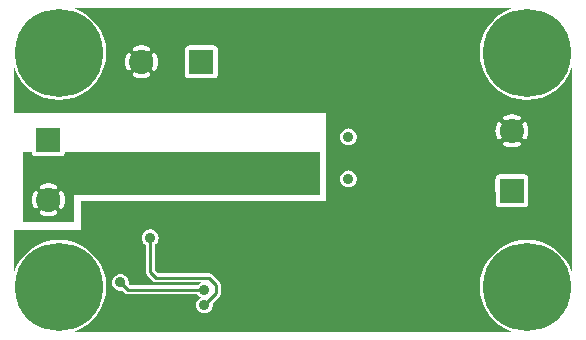
<source format=gbr>
G04 start of page 3 for group 1 idx 1 *
G04 Title: (unknown), bottom *
G04 Creator: pcb 20140316 *
G04 CreationDate: Sun 15 Dec 2019 10:03:36 PM GMT UTC *
G04 For: railfan *
G04 Format: Gerber/RS-274X *
G04 PCB-Dimensions (mil): 1900.00 1120.00 *
G04 PCB-Coordinate-Origin: lower left *
%MOIN*%
%FSLAX25Y25*%
%LNBOTTOM*%
%ADD36C,0.0480*%
%ADD35C,0.1285*%
%ADD34C,0.0200*%
%ADD33C,0.0360*%
%ADD32C,0.0800*%
%ADD31C,0.2937*%
%ADD30C,0.0100*%
%ADD29C,0.0001*%
G54D29*G36*
X17993Y57000D02*X22000D01*
Y38500D01*
X17993D01*
Y43145D01*
X18078Y43181D01*
X18179Y43243D01*
X18269Y43319D01*
X18345Y43409D01*
X18405Y43511D01*
X18622Y43980D01*
X18789Y44469D01*
X18909Y44972D01*
X18982Y45484D01*
X19006Y46000D01*
X18982Y46516D01*
X18909Y47028D01*
X18789Y47531D01*
X18622Y48020D01*
X18410Y48492D01*
X18349Y48593D01*
X18272Y48684D01*
X18182Y48761D01*
X18080Y48823D01*
X17993Y48860D01*
Y57000D01*
G37*
G36*
X13502D02*X17993D01*
Y48860D01*
X17971Y48869D01*
X17855Y48897D01*
X17737Y48906D01*
X17619Y48897D01*
X17503Y48870D01*
X17393Y48824D01*
X17292Y48762D01*
X17202Y48686D01*
X17124Y48595D01*
X17062Y48494D01*
X17016Y48385D01*
X16989Y48269D01*
X16979Y48151D01*
X16988Y48032D01*
X17016Y47917D01*
X17063Y47808D01*
X17221Y47468D01*
X17342Y47112D01*
X17430Y46747D01*
X17482Y46375D01*
X17500Y46000D01*
X17482Y45625D01*
X17430Y45253D01*
X17342Y44888D01*
X17221Y44532D01*
X17067Y44190D01*
X17020Y44082D01*
X16993Y43967D01*
X16983Y43849D01*
X16993Y43732D01*
X17021Y43617D01*
X17066Y43508D01*
X17128Y43407D01*
X17205Y43318D01*
X17295Y43241D01*
X17395Y43180D01*
X17504Y43135D01*
X17619Y43107D01*
X17737Y43098D01*
X17855Y43108D01*
X17969Y43135D01*
X17993Y43145D01*
Y38500D01*
X13502D01*
Y40494D01*
X14016Y40518D01*
X14528Y40591D01*
X15031Y40711D01*
X15520Y40878D01*
X15992Y41090D01*
X16093Y41151D01*
X16184Y41228D01*
X16261Y41318D01*
X16323Y41420D01*
X16369Y41529D01*
X16397Y41645D01*
X16406Y41763D01*
X16397Y41881D01*
X16370Y41997D01*
X16324Y42107D01*
X16262Y42208D01*
X16186Y42298D01*
X16095Y42376D01*
X15994Y42438D01*
X15885Y42484D01*
X15769Y42511D01*
X15651Y42521D01*
X15532Y42512D01*
X15417Y42484D01*
X15308Y42437D01*
X14968Y42279D01*
X14612Y42158D01*
X14247Y42070D01*
X13875Y42018D01*
X13502Y42000D01*
Y50000D01*
X13875Y49982D01*
X14247Y49930D01*
X14612Y49842D01*
X14968Y49721D01*
X15310Y49567D01*
X15418Y49520D01*
X15533Y49493D01*
X15651Y49483D01*
X15768Y49493D01*
X15883Y49521D01*
X15992Y49566D01*
X16093Y49628D01*
X16182Y49705D01*
X16259Y49795D01*
X16320Y49895D01*
X16365Y50004D01*
X16393Y50119D01*
X16402Y50237D01*
X16392Y50355D01*
X16365Y50469D01*
X16319Y50578D01*
X16257Y50679D01*
X16181Y50769D01*
X16091Y50845D01*
X15989Y50905D01*
X15520Y51122D01*
X15031Y51289D01*
X14528Y51409D01*
X14016Y51482D01*
X13502Y51506D01*
Y57000D01*
G37*
G36*
X9007D02*X13502D01*
Y51506D01*
X13500Y51506D01*
X12984Y51482D01*
X12472Y51409D01*
X11969Y51289D01*
X11480Y51122D01*
X11008Y50910D01*
X10907Y50849D01*
X10816Y50772D01*
X10739Y50682D01*
X10677Y50580D01*
X10631Y50471D01*
X10603Y50355D01*
X10594Y50237D01*
X10603Y50119D01*
X10630Y50003D01*
X10676Y49893D01*
X10738Y49792D01*
X10814Y49702D01*
X10905Y49624D01*
X11006Y49562D01*
X11115Y49516D01*
X11231Y49489D01*
X11349Y49479D01*
X11468Y49488D01*
X11583Y49516D01*
X11692Y49563D01*
X12032Y49721D01*
X12388Y49842D01*
X12753Y49930D01*
X13125Y49982D01*
X13500Y50000D01*
X13502Y50000D01*
Y42000D01*
X13500Y42000D01*
X13125Y42018D01*
X12753Y42070D01*
X12388Y42158D01*
X12032Y42279D01*
X11690Y42433D01*
X11582Y42480D01*
X11467Y42507D01*
X11349Y42517D01*
X11232Y42507D01*
X11117Y42479D01*
X11008Y42434D01*
X10907Y42372D01*
X10818Y42295D01*
X10741Y42205D01*
X10680Y42105D01*
X10635Y41996D01*
X10607Y41881D01*
X10598Y41763D01*
X10608Y41645D01*
X10635Y41531D01*
X10681Y41422D01*
X10743Y41321D01*
X10819Y41231D01*
X10909Y41155D01*
X11011Y41095D01*
X11480Y40878D01*
X11969Y40711D01*
X12472Y40591D01*
X12984Y40518D01*
X13500Y40494D01*
X13502Y40494D01*
Y38500D01*
X9007D01*
Y43140D01*
X9029Y43131D01*
X9145Y43103D01*
X9263Y43094D01*
X9381Y43103D01*
X9497Y43130D01*
X9607Y43176D01*
X9708Y43238D01*
X9798Y43314D01*
X9876Y43405D01*
X9938Y43506D01*
X9984Y43615D01*
X10011Y43731D01*
X10021Y43849D01*
X10012Y43968D01*
X9984Y44083D01*
X9937Y44192D01*
X9779Y44532D01*
X9658Y44888D01*
X9570Y45253D01*
X9518Y45625D01*
X9500Y46000D01*
X9518Y46375D01*
X9570Y46747D01*
X9658Y47112D01*
X9779Y47468D01*
X9933Y47810D01*
X9980Y47918D01*
X10007Y48033D01*
X10017Y48151D01*
X10007Y48268D01*
X9979Y48383D01*
X9934Y48492D01*
X9872Y48593D01*
X9795Y48682D01*
X9705Y48759D01*
X9605Y48820D01*
X9496Y48865D01*
X9381Y48893D01*
X9263Y48902D01*
X9145Y48892D01*
X9031Y48865D01*
X9007Y48855D01*
Y57000D01*
G37*
G36*
X5000Y38500D02*Y57000D01*
X9007D01*
Y48855D01*
X8922Y48819D01*
X8821Y48757D01*
X8731Y48681D01*
X8655Y48591D01*
X8595Y48489D01*
X8378Y48020D01*
X8211Y47531D01*
X8091Y47028D01*
X8018Y46516D01*
X7994Y46000D01*
X8018Y45484D01*
X8091Y44972D01*
X8211Y44469D01*
X8378Y43980D01*
X8590Y43508D01*
X8651Y43407D01*
X8728Y43316D01*
X8818Y43239D01*
X8920Y43177D01*
X9007Y43140D01*
Y38500D01*
X5000D01*
G37*
G36*
X104000Y62000D02*Y47500D01*
X18796D01*
X18789Y47531D01*
X18622Y48020D01*
X18410Y48492D01*
X18349Y48593D01*
X18272Y48684D01*
X18182Y48761D01*
X18080Y48823D01*
X17971Y48869D01*
X17855Y48897D01*
X17737Y48906D01*
X17619Y48897D01*
X17503Y48870D01*
X17393Y48824D01*
X17292Y48762D01*
X17202Y48686D01*
X17124Y48595D01*
X17062Y48494D01*
X17016Y48385D01*
X16989Y48269D01*
X16979Y48151D01*
X16988Y48032D01*
X17016Y47917D01*
X17063Y47808D01*
X17206Y47500D01*
X13498D01*
Y50000D01*
X13500Y50000D01*
X13875Y49982D01*
X14247Y49930D01*
X14612Y49842D01*
X14968Y49721D01*
X15310Y49567D01*
X15418Y49520D01*
X15533Y49493D01*
X15651Y49483D01*
X15768Y49493D01*
X15883Y49521D01*
X15992Y49566D01*
X16093Y49628D01*
X16182Y49705D01*
X16259Y49795D01*
X16320Y49895D01*
X16365Y50004D01*
X16393Y50119D01*
X16402Y50237D01*
X16392Y50355D01*
X16365Y50469D01*
X16319Y50578D01*
X16257Y50679D01*
X16181Y50769D01*
X16091Y50845D01*
X15989Y50905D01*
X15520Y51122D01*
X15031Y51289D01*
X14528Y51409D01*
X14016Y51482D01*
X13500Y51506D01*
X13498Y51506D01*
Y60507D01*
X17735Y60514D01*
X17965Y60569D01*
X18183Y60659D01*
X18384Y60783D01*
X18564Y60936D01*
X18717Y61116D01*
X18841Y61317D01*
X18931Y61535D01*
X18986Y61765D01*
X19000Y62000D01*
X104000D01*
G37*
G36*
X13498Y47500D02*X9794D01*
X9933Y47810D01*
X9980Y47918D01*
X10007Y48033D01*
X10017Y48151D01*
X10007Y48268D01*
X9979Y48383D01*
X9934Y48492D01*
X9872Y48593D01*
X9795Y48682D01*
X9705Y48759D01*
X9605Y48820D01*
X9496Y48865D01*
X9381Y48893D01*
X9263Y48902D01*
X9145Y48892D01*
X9031Y48865D01*
X8922Y48819D01*
X8821Y48757D01*
X8731Y48681D01*
X8655Y48591D01*
X8595Y48489D01*
X8378Y48020D01*
X8211Y47531D01*
X8204Y47500D01*
X5000D01*
Y62000D01*
X8014D01*
X8014Y61765D01*
X8069Y61535D01*
X8159Y61317D01*
X8283Y61116D01*
X8436Y60936D01*
X8616Y60783D01*
X8817Y60659D01*
X9035Y60569D01*
X9265Y60514D01*
X9500Y60500D01*
X13498Y60507D01*
Y51506D01*
X12984Y51482D01*
X12472Y51409D01*
X11969Y51289D01*
X11480Y51122D01*
X11008Y50910D01*
X10907Y50849D01*
X10816Y50772D01*
X10739Y50682D01*
X10677Y50580D01*
X10631Y50471D01*
X10603Y50355D01*
X10594Y50237D01*
X10603Y50119D01*
X10630Y50003D01*
X10676Y49893D01*
X10738Y49792D01*
X10814Y49702D01*
X10905Y49624D01*
X11006Y49562D01*
X11115Y49516D01*
X11231Y49489D01*
X11349Y49479D01*
X11468Y49488D01*
X11583Y49516D01*
X11692Y49563D01*
X12032Y49721D01*
X12388Y49842D01*
X12753Y49930D01*
X13125Y49982D01*
X13498Y50000D01*
Y47500D01*
G37*
G36*
X24500Y33500D02*Y45500D01*
X162513D01*
X162514Y44765D01*
X162569Y44535D01*
X162659Y44317D01*
X162783Y44116D01*
X162936Y43936D01*
X163116Y43783D01*
X163317Y43659D01*
X163535Y43569D01*
X163765Y43514D01*
X164000Y43500D01*
X172235Y43514D01*
X172465Y43569D01*
X172683Y43659D01*
X172884Y43783D01*
X173064Y43936D01*
X173217Y44116D01*
X173341Y44317D01*
X173431Y44535D01*
X173486Y44765D01*
X173500Y45000D01*
X173499Y45500D01*
X188000D01*
Y33500D01*
X50194D01*
X50174Y33839D01*
X50071Y34268D01*
X49903Y34675D01*
X49672Y35051D01*
X49386Y35386D01*
X49051Y35672D01*
X48675Y35903D01*
X48268Y36071D01*
X47839Y36174D01*
X47400Y36209D01*
X46961Y36174D01*
X46532Y36071D01*
X46125Y35903D01*
X45749Y35672D01*
X45414Y35386D01*
X45128Y35051D01*
X44897Y34675D01*
X44729Y34268D01*
X44626Y33839D01*
X44599Y33500D01*
X24500D01*
G37*
G36*
X168000Y110000D02*X168295D01*
X168138Y109962D01*
X168000Y109905D01*
Y110000D01*
G37*
G36*
X188000Y38500D02*X172493D01*
Y43580D01*
X172683Y43659D01*
X172884Y43783D01*
X173064Y43936D01*
X173217Y44116D01*
X173341Y44317D01*
X173431Y44535D01*
X173486Y44765D01*
X173500Y45000D01*
X173486Y53235D01*
X173431Y53465D01*
X173341Y53683D01*
X173217Y53884D01*
X173064Y54064D01*
X172884Y54217D01*
X172683Y54341D01*
X172493Y54420D01*
Y66145D01*
X172578Y66181D01*
X172679Y66243D01*
X172769Y66319D01*
X172845Y66409D01*
X172905Y66511D01*
X173122Y66980D01*
X173289Y67469D01*
X173409Y67972D01*
X173482Y68484D01*
X173506Y69000D01*
X173482Y69516D01*
X173409Y70028D01*
X173289Y70531D01*
X173122Y71020D01*
X172910Y71492D01*
X172849Y71593D01*
X172772Y71684D01*
X172682Y71761D01*
X172580Y71823D01*
X172493Y71860D01*
Y79308D01*
X173000Y79268D01*
X175461Y79461D01*
X177862Y80038D01*
X180142Y80982D01*
X182247Y82272D01*
X184124Y83876D01*
X185728Y85753D01*
X187018Y87858D01*
X187962Y90138D01*
X188000Y90295D01*
Y38500D01*
G37*
G36*
X172493Y54420D02*X172465Y54431D01*
X172235Y54486D01*
X172000Y54500D01*
X168000Y54493D01*
Y63494D01*
X168516Y63518D01*
X169028Y63591D01*
X169531Y63711D01*
X170020Y63878D01*
X170492Y64090D01*
X170593Y64151D01*
X170684Y64228D01*
X170761Y64318D01*
X170823Y64420D01*
X170869Y64529D01*
X170897Y64645D01*
X170906Y64763D01*
X170897Y64881D01*
X170870Y64997D01*
X170824Y65107D01*
X170762Y65208D01*
X170686Y65298D01*
X170595Y65376D01*
X170494Y65438D01*
X170385Y65484D01*
X170269Y65511D01*
X170151Y65521D01*
X170032Y65512D01*
X169917Y65484D01*
X169808Y65437D01*
X169468Y65279D01*
X169112Y65158D01*
X168747Y65070D01*
X168375Y65018D01*
X168000Y65000D01*
Y73000D01*
X168375Y72982D01*
X168747Y72930D01*
X169112Y72842D01*
X169468Y72721D01*
X169810Y72567D01*
X169918Y72520D01*
X170033Y72493D01*
X170151Y72483D01*
X170268Y72493D01*
X170383Y72521D01*
X170492Y72566D01*
X170593Y72628D01*
X170682Y72705D01*
X170759Y72795D01*
X170820Y72895D01*
X170865Y73004D01*
X170893Y73119D01*
X170902Y73237D01*
X170892Y73355D01*
X170865Y73469D01*
X170819Y73578D01*
X170757Y73679D01*
X170681Y73769D01*
X170591Y73845D01*
X170489Y73905D01*
X170020Y74122D01*
X169531Y74289D01*
X169028Y74409D01*
X168516Y74482D01*
X168000Y74506D01*
Y80095D01*
X168138Y80038D01*
X170539Y79461D01*
X172493Y79308D01*
Y71860D01*
X172471Y71869D01*
X172355Y71897D01*
X172237Y71906D01*
X172119Y71897D01*
X172003Y71870D01*
X171893Y71824D01*
X171792Y71762D01*
X171702Y71686D01*
X171624Y71595D01*
X171562Y71494D01*
X171516Y71385D01*
X171489Y71269D01*
X171479Y71151D01*
X171488Y71032D01*
X171516Y70917D01*
X171563Y70808D01*
X171721Y70468D01*
X171842Y70112D01*
X171930Y69747D01*
X171982Y69375D01*
X172000Y69000D01*
X171982Y68625D01*
X171930Y68253D01*
X171842Y67888D01*
X171721Y67532D01*
X171567Y67190D01*
X171520Y67082D01*
X171493Y66967D01*
X171483Y66849D01*
X171493Y66732D01*
X171521Y66617D01*
X171566Y66508D01*
X171628Y66407D01*
X171705Y66318D01*
X171795Y66241D01*
X171895Y66180D01*
X172004Y66135D01*
X172119Y66107D01*
X172237Y66098D01*
X172355Y66108D01*
X172469Y66135D01*
X172493Y66145D01*
Y54420D01*
G37*
G36*
Y38500D02*X168000D01*
Y43507D01*
X172235Y43514D01*
X172465Y43569D01*
X172493Y43580D01*
Y38500D01*
G37*
G36*
X163507Y82482D02*X163753Y82272D01*
X165858Y80982D01*
X168000Y80095D01*
Y74506D01*
X167484Y74482D01*
X166972Y74409D01*
X166469Y74289D01*
X165980Y74122D01*
X165508Y73910D01*
X165407Y73849D01*
X165316Y73772D01*
X165239Y73682D01*
X165177Y73580D01*
X165131Y73471D01*
X165103Y73355D01*
X165094Y73237D01*
X165103Y73119D01*
X165130Y73003D01*
X165176Y72893D01*
X165238Y72792D01*
X165314Y72702D01*
X165405Y72624D01*
X165506Y72562D01*
X165615Y72516D01*
X165731Y72489D01*
X165849Y72479D01*
X165968Y72488D01*
X166083Y72516D01*
X166192Y72563D01*
X166532Y72721D01*
X166888Y72842D01*
X167253Y72930D01*
X167625Y72982D01*
X168000Y73000D01*
Y65000D01*
X167625Y65018D01*
X167253Y65070D01*
X166888Y65158D01*
X166532Y65279D01*
X166190Y65433D01*
X166082Y65480D01*
X165967Y65507D01*
X165849Y65517D01*
X165732Y65507D01*
X165617Y65479D01*
X165508Y65434D01*
X165407Y65372D01*
X165318Y65295D01*
X165241Y65205D01*
X165180Y65105D01*
X165135Y64996D01*
X165107Y64881D01*
X165098Y64763D01*
X165108Y64645D01*
X165135Y64531D01*
X165181Y64422D01*
X165243Y64321D01*
X165319Y64231D01*
X165409Y64155D01*
X165511Y64095D01*
X165980Y63878D01*
X166469Y63711D01*
X166972Y63591D01*
X167484Y63518D01*
X168000Y63494D01*
Y54493D01*
X163765Y54486D01*
X163535Y54431D01*
X163507Y54420D01*
Y66140D01*
X163529Y66131D01*
X163645Y66103D01*
X163763Y66094D01*
X163881Y66103D01*
X163997Y66130D01*
X164107Y66176D01*
X164208Y66238D01*
X164298Y66314D01*
X164376Y66405D01*
X164438Y66506D01*
X164484Y66615D01*
X164511Y66731D01*
X164521Y66849D01*
X164512Y66968D01*
X164484Y67083D01*
X164437Y67192D01*
X164279Y67532D01*
X164158Y67888D01*
X164070Y68253D01*
X164018Y68625D01*
X164000Y69000D01*
X164018Y69375D01*
X164070Y69747D01*
X164158Y70112D01*
X164279Y70468D01*
X164433Y70810D01*
X164480Y70918D01*
X164507Y71033D01*
X164517Y71151D01*
X164507Y71268D01*
X164479Y71383D01*
X164434Y71492D01*
X164372Y71593D01*
X164295Y71682D01*
X164205Y71759D01*
X164105Y71820D01*
X163996Y71865D01*
X163881Y71893D01*
X163763Y71902D01*
X163645Y71892D01*
X163531Y71865D01*
X163507Y71855D01*
Y82482D01*
G37*
G36*
Y110000D02*X168000D01*
Y109905D01*
X165858Y109018D01*
X163753Y107728D01*
X163507Y107518D01*
Y110000D01*
G37*
G36*
X168000Y38500D02*X163507D01*
Y43580D01*
X163535Y43569D01*
X163765Y43514D01*
X164000Y43500D01*
X168000Y43507D01*
Y38500D01*
G37*
G36*
X163507D02*X113496D01*
Y50192D01*
X113500Y50191D01*
X113939Y50226D01*
X114368Y50329D01*
X114775Y50497D01*
X115151Y50728D01*
X115486Y51014D01*
X115772Y51349D01*
X116003Y51725D01*
X116171Y52132D01*
X116274Y52561D01*
X116300Y53000D01*
X116274Y53439D01*
X116171Y53868D01*
X116003Y54275D01*
X115772Y54651D01*
X115486Y54986D01*
X115151Y55272D01*
X114775Y55503D01*
X114368Y55671D01*
X113939Y55774D01*
X113500Y55809D01*
X113496Y55808D01*
Y64192D01*
X113500Y64191D01*
X113939Y64226D01*
X114368Y64329D01*
X114775Y64497D01*
X115151Y64728D01*
X115486Y65014D01*
X115772Y65349D01*
X116003Y65725D01*
X116171Y66132D01*
X116274Y66561D01*
X116300Y67000D01*
X116274Y67439D01*
X116171Y67868D01*
X116003Y68275D01*
X115772Y68651D01*
X115486Y68986D01*
X115151Y69272D01*
X114775Y69503D01*
X114368Y69671D01*
X113939Y69774D01*
X113500Y69809D01*
X113496Y69808D01*
Y110000D01*
X163507D01*
Y107518D01*
X161876Y106124D01*
X160272Y104247D01*
X158982Y102142D01*
X158038Y99862D01*
X157461Y97461D01*
X157268Y95000D01*
X157461Y92539D01*
X158038Y90138D01*
X158982Y87858D01*
X160272Y85753D01*
X161876Y83876D01*
X163507Y82482D01*
Y71855D01*
X163422Y71819D01*
X163321Y71757D01*
X163231Y71681D01*
X163155Y71591D01*
X163095Y71489D01*
X162878Y71020D01*
X162711Y70531D01*
X162591Y70028D01*
X162518Y69516D01*
X162494Y69000D01*
X162518Y68484D01*
X162591Y67972D01*
X162711Y67469D01*
X162878Y66980D01*
X163090Y66508D01*
X163151Y66407D01*
X163228Y66316D01*
X163318Y66239D01*
X163420Y66177D01*
X163507Y66140D01*
Y54420D01*
X163317Y54341D01*
X163116Y54217D01*
X162936Y54064D01*
X162783Y53884D01*
X162659Y53683D01*
X162569Y53465D01*
X162514Y53235D01*
X162500Y53000D01*
X162514Y44765D01*
X162569Y44535D01*
X162659Y44317D01*
X162783Y44116D01*
X162936Y43936D01*
X163116Y43783D01*
X163317Y43659D01*
X163507Y43580D01*
Y38500D01*
G37*
G36*
X113496D02*X106000D01*
Y110000D01*
X113496D01*
Y69808D01*
X113061Y69774D01*
X112632Y69671D01*
X112225Y69503D01*
X111849Y69272D01*
X111514Y68986D01*
X111228Y68651D01*
X110997Y68275D01*
X110829Y67868D01*
X110726Y67439D01*
X110691Y67000D01*
X110726Y66561D01*
X110829Y66132D01*
X110997Y65725D01*
X111228Y65349D01*
X111514Y65014D01*
X111849Y64728D01*
X112225Y64497D01*
X112632Y64329D01*
X113061Y64226D01*
X113496Y64192D01*
Y55808D01*
X113061Y55774D01*
X112632Y55671D01*
X112225Y55503D01*
X111849Y55272D01*
X111514Y54986D01*
X111228Y54651D01*
X110997Y54275D01*
X110829Y53868D01*
X110726Y53439D01*
X110691Y53000D01*
X110726Y52561D01*
X110829Y52132D01*
X110997Y51725D01*
X111228Y51349D01*
X111514Y51014D01*
X111849Y50728D01*
X112225Y50497D01*
X112632Y50329D01*
X113061Y50226D01*
X113496Y50192D01*
Y38500D01*
G37*
G36*
X112500Y110000D02*Y75000D01*
X64500D01*
Y86507D01*
X68735Y86514D01*
X68965Y86569D01*
X69183Y86659D01*
X69384Y86783D01*
X69564Y86936D01*
X69717Y87116D01*
X69841Y87317D01*
X69931Y87535D01*
X69986Y87765D01*
X70000Y88000D01*
X69986Y96235D01*
X69931Y96465D01*
X69841Y96683D01*
X69717Y96884D01*
X69564Y97064D01*
X69384Y97217D01*
X69183Y97341D01*
X68965Y97431D01*
X68735Y97486D01*
X68500Y97500D01*
X64500Y97493D01*
Y110000D01*
X112500D01*
G37*
G36*
X64500Y75000D02*X48993D01*
Y89145D01*
X49078Y89181D01*
X49179Y89243D01*
X49269Y89319D01*
X49345Y89409D01*
X49405Y89511D01*
X49622Y89980D01*
X49789Y90469D01*
X49909Y90972D01*
X49982Y91484D01*
X50006Y92000D01*
X49982Y92516D01*
X49909Y93028D01*
X49789Y93531D01*
X49622Y94020D01*
X49410Y94492D01*
X49349Y94593D01*
X49272Y94684D01*
X49182Y94761D01*
X49080Y94823D01*
X48993Y94860D01*
Y110000D01*
X64500D01*
Y97493D01*
X60265Y97486D01*
X60035Y97431D01*
X59817Y97341D01*
X59616Y97217D01*
X59436Y97064D01*
X59283Y96884D01*
X59159Y96683D01*
X59069Y96465D01*
X59014Y96235D01*
X59000Y96000D01*
X59014Y87765D01*
X59069Y87535D01*
X59159Y87317D01*
X59283Y87116D01*
X59436Y86936D01*
X59616Y86783D01*
X59817Y86659D01*
X60035Y86569D01*
X60265Y86514D01*
X60500Y86500D01*
X64500Y86507D01*
Y75000D01*
G37*
G36*
X48993D02*X44502D01*
Y86494D01*
X45016Y86518D01*
X45528Y86591D01*
X46031Y86711D01*
X46520Y86878D01*
X46992Y87090D01*
X47093Y87151D01*
X47184Y87228D01*
X47261Y87318D01*
X47323Y87420D01*
X47369Y87529D01*
X47397Y87645D01*
X47406Y87763D01*
X47397Y87881D01*
X47370Y87997D01*
X47324Y88107D01*
X47262Y88208D01*
X47186Y88298D01*
X47095Y88376D01*
X46994Y88438D01*
X46885Y88484D01*
X46769Y88511D01*
X46651Y88521D01*
X46532Y88512D01*
X46417Y88484D01*
X46308Y88437D01*
X45968Y88279D01*
X45612Y88158D01*
X45247Y88070D01*
X44875Y88018D01*
X44502Y88000D01*
Y96000D01*
X44875Y95982D01*
X45247Y95930D01*
X45612Y95842D01*
X45968Y95721D01*
X46310Y95567D01*
X46418Y95520D01*
X46533Y95493D01*
X46651Y95483D01*
X46768Y95493D01*
X46883Y95521D01*
X46992Y95566D01*
X47093Y95628D01*
X47182Y95705D01*
X47259Y95795D01*
X47320Y95895D01*
X47365Y96004D01*
X47393Y96119D01*
X47402Y96237D01*
X47392Y96355D01*
X47365Y96469D01*
X47319Y96578D01*
X47257Y96679D01*
X47181Y96769D01*
X47091Y96845D01*
X46989Y96905D01*
X46520Y97122D01*
X46031Y97289D01*
X45528Y97409D01*
X45016Y97482D01*
X44502Y97506D01*
Y110000D01*
X48993D01*
Y94860D01*
X48971Y94869D01*
X48855Y94897D01*
X48737Y94906D01*
X48619Y94897D01*
X48503Y94870D01*
X48393Y94824D01*
X48292Y94762D01*
X48202Y94686D01*
X48124Y94595D01*
X48062Y94494D01*
X48016Y94385D01*
X47989Y94269D01*
X47979Y94151D01*
X47988Y94032D01*
X48016Y93917D01*
X48063Y93808D01*
X48221Y93468D01*
X48342Y93112D01*
X48430Y92747D01*
X48482Y92375D01*
X48500Y92000D01*
X48482Y91625D01*
X48430Y91253D01*
X48342Y90888D01*
X48221Y90532D01*
X48067Y90190D01*
X48020Y90082D01*
X47993Y89967D01*
X47983Y89849D01*
X47993Y89732D01*
X48021Y89617D01*
X48066Y89508D01*
X48128Y89407D01*
X48205Y89318D01*
X48295Y89241D01*
X48395Y89180D01*
X48504Y89135D01*
X48619Y89107D01*
X48737Y89098D01*
X48855Y89108D01*
X48969Y89135D01*
X48993Y89145D01*
Y75000D01*
G37*
G36*
X44502D02*X40007D01*
Y89140D01*
X40029Y89131D01*
X40145Y89103D01*
X40263Y89094D01*
X40381Y89103D01*
X40497Y89130D01*
X40607Y89176D01*
X40708Y89238D01*
X40798Y89314D01*
X40876Y89405D01*
X40938Y89506D01*
X40984Y89615D01*
X41011Y89731D01*
X41021Y89849D01*
X41012Y89968D01*
X40984Y90083D01*
X40937Y90192D01*
X40779Y90532D01*
X40658Y90888D01*
X40570Y91253D01*
X40518Y91625D01*
X40500Y92000D01*
X40518Y92375D01*
X40570Y92747D01*
X40658Y93112D01*
X40779Y93468D01*
X40933Y93810D01*
X40980Y93918D01*
X41007Y94033D01*
X41017Y94151D01*
X41007Y94268D01*
X40979Y94383D01*
X40934Y94492D01*
X40872Y94593D01*
X40795Y94682D01*
X40705Y94759D01*
X40605Y94820D01*
X40496Y94865D01*
X40381Y94893D01*
X40263Y94902D01*
X40145Y94892D01*
X40031Y94865D01*
X40007Y94855D01*
Y110000D01*
X44502D01*
Y97506D01*
X44500Y97506D01*
X43984Y97482D01*
X43472Y97409D01*
X42969Y97289D01*
X42480Y97122D01*
X42008Y96910D01*
X41907Y96849D01*
X41816Y96772D01*
X41739Y96682D01*
X41677Y96580D01*
X41631Y96471D01*
X41603Y96355D01*
X41594Y96237D01*
X41603Y96119D01*
X41630Y96003D01*
X41676Y95893D01*
X41738Y95792D01*
X41814Y95702D01*
X41905Y95624D01*
X42006Y95562D01*
X42115Y95516D01*
X42231Y95489D01*
X42349Y95479D01*
X42468Y95488D01*
X42583Y95516D01*
X42692Y95563D01*
X43032Y95721D01*
X43388Y95842D01*
X43753Y95930D01*
X44125Y95982D01*
X44500Y96000D01*
X44502Y96000D01*
Y88000D01*
X44500Y88000D01*
X44125Y88018D01*
X43753Y88070D01*
X43388Y88158D01*
X43032Y88279D01*
X42690Y88433D01*
X42582Y88480D01*
X42467Y88507D01*
X42349Y88517D01*
X42232Y88507D01*
X42117Y88479D01*
X42008Y88434D01*
X41907Y88372D01*
X41818Y88295D01*
X41741Y88205D01*
X41680Y88105D01*
X41635Y87996D01*
X41607Y87881D01*
X41598Y87763D01*
X41608Y87645D01*
X41635Y87531D01*
X41681Y87422D01*
X41743Y87321D01*
X41819Y87231D01*
X41909Y87155D01*
X42011Y87095D01*
X42480Y86878D01*
X42969Y86711D01*
X43472Y86591D01*
X43984Y86518D01*
X44500Y86494D01*
X44502Y86494D01*
Y75000D01*
G37*
G36*
X40007D02*X2000D01*
Y90295D01*
X2038Y90138D01*
X2982Y87858D01*
X4272Y85753D01*
X5876Y83876D01*
X7753Y82272D01*
X9858Y80982D01*
X12138Y80038D01*
X14539Y79461D01*
X17000Y79268D01*
X19461Y79461D01*
X21862Y80038D01*
X24142Y80982D01*
X26247Y82272D01*
X28124Y83876D01*
X29728Y85753D01*
X31018Y87858D01*
X31962Y90138D01*
X32539Y92539D01*
X32684Y95000D01*
X32539Y97461D01*
X31962Y99862D01*
X31018Y102142D01*
X29728Y104247D01*
X28124Y106124D01*
X26247Y107728D01*
X24142Y109018D01*
X21862Y109962D01*
X21705Y110000D01*
X40007D01*
Y94855D01*
X39922Y94819D01*
X39821Y94757D01*
X39731Y94681D01*
X39655Y94591D01*
X39595Y94489D01*
X39378Y94020D01*
X39211Y93531D01*
X39091Y93028D01*
X39018Y92516D01*
X38994Y92000D01*
X39018Y91484D01*
X39091Y90972D01*
X39211Y90469D01*
X39378Y89980D01*
X39590Y89508D01*
X39651Y89407D01*
X39728Y89316D01*
X39818Y89239D01*
X39920Y89177D01*
X40007Y89140D01*
Y75000D01*
G37*
G36*
X50121Y21500D02*X48900Y22721D01*
Y31035D01*
X49051Y31128D01*
X49386Y31414D01*
X49672Y31749D01*
X49903Y32125D01*
X50071Y32532D01*
X50174Y32961D01*
X50200Y33400D01*
X50174Y33839D01*
X50071Y34268D01*
X49903Y34675D01*
X49672Y35051D01*
X49386Y35386D01*
X49051Y35672D01*
X48675Y35903D01*
X48440Y36000D01*
X188000D01*
Y21705D01*
X187962Y21862D01*
X187018Y24142D01*
X185728Y26247D01*
X184124Y28124D01*
X182247Y29728D01*
X180142Y31018D01*
X177862Y31962D01*
X175461Y32539D01*
X173000Y32732D01*
X170539Y32539D01*
X168138Y31962D01*
X165858Y31018D01*
X163753Y29728D01*
X161876Y28124D01*
X160272Y26247D01*
X158982Y24142D01*
X158038Y21862D01*
X157461Y19461D01*
X157268Y17000D01*
X157461Y14539D01*
X158038Y12138D01*
X158982Y9858D01*
X160272Y7753D01*
X161876Y5876D01*
X163753Y4272D01*
X165858Y2982D01*
X168138Y2038D01*
X168295Y2000D01*
X21705D01*
X21862Y2038D01*
X24142Y2982D01*
X26247Y4272D01*
X28124Y5876D01*
X29728Y7753D01*
X31018Y9858D01*
X31962Y12138D01*
X32539Y14539D01*
X32684Y17000D01*
X32539Y19461D01*
X31962Y21862D01*
X31018Y24142D01*
X29728Y26247D01*
X28124Y28124D01*
X26247Y29728D01*
X24142Y31018D01*
X21862Y31962D01*
X19461Y32539D01*
X17000Y32732D01*
X14539Y32539D01*
X12138Y31962D01*
X9858Y31018D01*
X7753Y29728D01*
X5876Y28124D01*
X4272Y26247D01*
X2982Y24142D01*
X2038Y21862D01*
X2000Y21705D01*
Y36000D01*
X46360D01*
X46125Y35903D01*
X45749Y35672D01*
X45414Y35386D01*
X45128Y35051D01*
X44897Y34675D01*
X44729Y34268D01*
X44626Y33839D01*
X44591Y33400D01*
X44626Y32961D01*
X44729Y32532D01*
X44897Y32125D01*
X45128Y31749D01*
X45414Y31414D01*
X45749Y31128D01*
X45900Y31035D01*
Y22159D01*
X45895Y22100D01*
X45914Y21865D01*
X45969Y21635D01*
X46059Y21417D01*
X46183Y21216D01*
X46183Y21215D01*
X46336Y21036D01*
X46381Y20998D01*
X48398Y18981D01*
X48436Y18936D01*
X48616Y18783D01*
X48817Y18659D01*
X49035Y18569D01*
X49265Y18514D01*
X49500Y18495D01*
X49559Y18500D01*
X64221D01*
X63849Y18272D01*
X63514Y17986D01*
X63228Y17651D01*
X63135Y17500D01*
X40621D01*
X40233Y17889D01*
X40274Y18061D01*
X40300Y18500D01*
X40274Y18939D01*
X40171Y19368D01*
X40003Y19775D01*
X39772Y20151D01*
X39486Y20486D01*
X39151Y20772D01*
X38775Y21003D01*
X38368Y21171D01*
X37939Y21274D01*
X37500Y21309D01*
X37061Y21274D01*
X36632Y21171D01*
X36225Y21003D01*
X35849Y20772D01*
X35514Y20486D01*
X35228Y20151D01*
X34997Y19775D01*
X34829Y19368D01*
X34726Y18939D01*
X34691Y18500D01*
X34726Y18061D01*
X34829Y17632D01*
X34997Y17225D01*
X35228Y16849D01*
X35514Y16514D01*
X35849Y16228D01*
X36225Y15997D01*
X36632Y15829D01*
X37061Y15726D01*
X37500Y15691D01*
X37939Y15726D01*
X38111Y15767D01*
X38898Y14981D01*
X38936Y14936D01*
X39115Y14783D01*
X39116Y14783D01*
X39317Y14659D01*
X39535Y14569D01*
X39765Y14514D01*
X40000Y14495D01*
X40059Y14500D01*
X63135D01*
X63228Y14349D01*
X63514Y14014D01*
X63849Y13728D01*
X64221Y13500D01*
X63849Y13272D01*
X63514Y12986D01*
X63228Y12651D01*
X62997Y12275D01*
X62829Y11868D01*
X62726Y11439D01*
X62691Y11000D01*
X62726Y10561D01*
X62829Y10132D01*
X62997Y9725D01*
X63228Y9349D01*
X63514Y9014D01*
X63849Y8728D01*
X64225Y8497D01*
X64632Y8329D01*
X65061Y8226D01*
X65500Y8191D01*
X65939Y8226D01*
X66368Y8329D01*
X66775Y8497D01*
X67151Y8728D01*
X67486Y9014D01*
X67772Y9349D01*
X68003Y9725D01*
X68171Y10132D01*
X68274Y10561D01*
X68300Y11000D01*
X68274Y11439D01*
X68233Y11611D01*
X70519Y13898D01*
X70564Y13936D01*
X70717Y14115D01*
X70717Y14116D01*
X70841Y14317D01*
X70931Y14535D01*
X70986Y14765D01*
X71005Y15000D01*
X71000Y15059D01*
Y17441D01*
X71005Y17500D01*
X70986Y17735D01*
X70986Y17735D01*
X70931Y17965D01*
X70841Y18183D01*
X70717Y18384D01*
X70564Y18564D01*
X70519Y18602D01*
X68102Y21019D01*
X68064Y21064D01*
X67884Y21217D01*
X67683Y21341D01*
X67465Y21431D01*
X67235Y21486D01*
X67235Y21486D01*
X67000Y21505D01*
X66941Y21500D01*
X50121D01*
G37*
G54D30*X49500Y20000D02*X67000D01*
X69500Y17500D01*
Y15000D01*
X65500Y16000D02*X40000D01*
X37500Y18500D01*
X47400Y33400D02*Y22100D01*
X49500Y20000D01*
X69500Y15000D02*X65500Y11000D01*
G54D31*X17000Y95000D03*
X173000D03*
G54D29*G36*
X60500Y96000D02*Y88000D01*
X68500D01*
Y96000D01*
X60500D01*
G37*
G54D32*X44500Y92000D03*
G54D31*X17000Y17000D03*
G54D29*G36*
X9500Y70000D02*Y62000D01*
X17500D01*
Y70000D01*
X9500D01*
G37*
G54D32*X13500Y46000D03*
G54D31*X173000Y17000D03*
G54D29*G36*
X164000Y53000D02*Y45000D01*
X172000D01*
Y53000D01*
X164000D01*
G37*
G54D32*X168000Y69000D03*
G54D33*X55500Y43500D03*
X39000D03*
X47400Y33400D03*
X37500Y18500D03*
X65500Y16000D03*
Y11000D03*
X51000Y6000D03*
X65500D03*
X152543Y11543D03*
X152500Y16500D03*
Y21500D03*
X79000Y57000D03*
X84500D03*
X90000D03*
Y52000D03*
X84500D03*
X79000D03*
X113500Y67000D03*
Y81000D03*
Y53000D03*
Y39000D03*
G54D34*G54D35*G54D36*G54D35*G54D36*G54D35*G54D36*M02*

</source>
